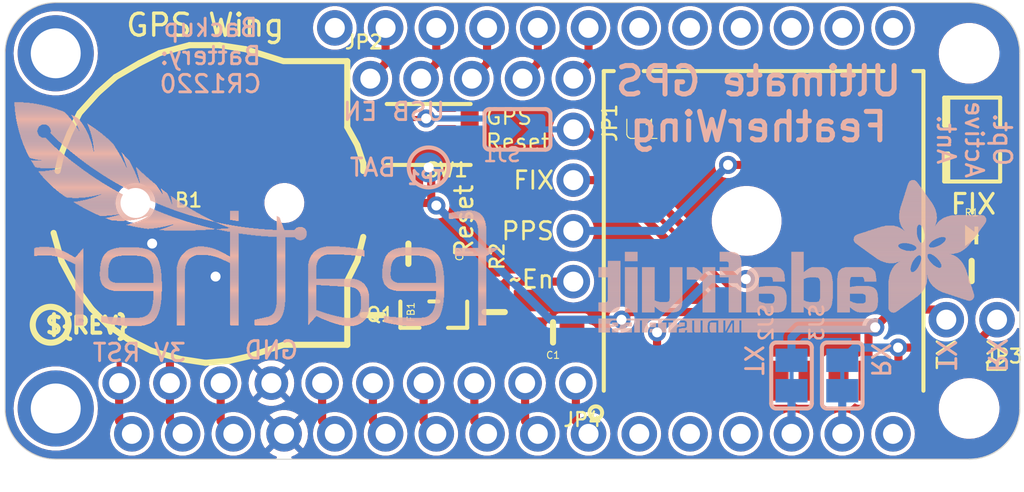
<source format=kicad_pcb>
(kicad_pcb (version 20221018) (generator pcbnew)
  (layers (0 "F.Cu" signal) (31 "B.Cu" signal) (34 "B.Paste" user) (35 "F.Paste" user) (36 "B.SilkS" user "B.Silkscreen") (37 "F.SilkS" user "F.Silkscreen") (38 "B.Mask" user) (39 "F.Mask" user) (44 "Edge.Cuts" user))
  (net 0 "")
  (net 1 "FIX")
  (net 2 "N$2")
  (net 3 "GND")
  (net 4 "3.3V")
  (net 5 "VBACKUP")
  (net 6 "GPS_TX")
  (net 7 "GPS_RX")
  (net 8 "N$4")
  (net 9 "1PPS")
  (net 10 "3V")
  (net 11 "N")
  (net 12 "M")
  (net 13 "L")
  (net 14 "F")
  (net 15 "E")
  (net 16 "D")
  (net 17 "C")
  (net 18 "B")
  (net 19 "A")
  (net 20 "GPS_RESET")
  (net 21 "RST")
  (net 22 "AREF")
  (net 23 "EN")
  (net 24 "USB")
  (net 25 "N$15")
  (net 26 "ENABLE")
  (net 27 "RX")
  (net 28 "TX")
  (net 29 "J")
  (net 30 "I")
  (net 31 "H")
  (net 32 "SCL")
  (net 33 "SDA")
  (net 34 "K")
  (net 35 "SCK")
  (net 36 "MOSI")
  (net 37 "MISO")
  (net 38 "G")
  (footprint "working:1X05_ROUND_70" (layer "F.Cu") (at 146.4691 97.3836)
    (fp_text reference "JP2" (at -6.4262 -1.8288) (layer "F.SilkS") (effects (font (size 0.692831 0.692831) (thickness 0.119969)) (justify left)))
    (fp_text value "")
    (pad "1" thru_hole circle (at -5.08 0 90) (size 1.778 1.778) (drill 1) (layers "*.Cu" "*.Mask") (net 23 "EN"))
    (pad "2" thru_hole circle (at -2.54 0 90) (size 1.778 1.778) (drill 1) (layers "*.Cu" "*.Mask") (net 24 "USB"))
    (pad "3" thru_hole circle (at 0 0 90) (size 1.778 1.778) (drill 1) (layers "*.Cu" "*.Mask") (net 11 "N"))
    (pad "4" thru_hole circle (at 2.54 0 90) (size 1.778 1.778) (drill 1) (layers "*.Cu" "*.Mask") (net 12 "M"))
    (pad "5" thru_hole circle (at 5.08 0 90) (size 1.778 1.778) (drill 1) (layers "*.Cu" "*.Mask") (net 13 "L"))
  )
  (footprint "working:PCBFEAT-REV-040" (layer "F.Cu") (at 125.3871 109.7026)
    (fp_text reference "U$9" hide)
    (fp_text value "" hide)
    (fp_text user "${REV}" (at -0.3556 0.508) (layer "F.SilkS") (effects (font (size 0.8128 0.8128) (thickness 0.2032)) (justify left bottom)))
  )
  (footprint "working:0805-NO" (layer "F.Cu") (at 143.2941 106.1466)
    (fp_text reference "C2" (at 2.564 0.405 90) (layer "F.SilkS") (effects (font (size 0.35308 0.35308) (thickness 0.05332)) (justify left)))
    (fp_text value "10uF")
    (pad "1" smd rect (at -0.95 0) (size 1.24 1.5) (layers "F.Cu" "F.Paste" "F.Mask") (net 4 "3.3V"))
    (pad "2" smd rect (at 0.95 0) (size 1.24 1.5) (layers "F.Cu" "F.Paste" "F.Mask") (net 3 "GND"))
  )
  (footprint "working:1X02_ROUND" (layer "F.Cu") (at 171.4881 109.4486 180)
    (fp_text reference "JP3" (at -2.6162 -1.8288) (layer "F.SilkS") (effects (font (size 0.692831 0.692831) (thickness 0.119969)) (justify right)))
    (fp_text value "")
    (pad "1" thru_hole circle (at -1.27 0 270) (size 1.778 1.778) (drill 1) (layers "*.Cu" "*.Mask") (net 7 "GPS_RX"))
    (pad "2" thru_hole circle (at 1.27 0 270) (size 1.778 1.778) (drill 1) (layers "*.Cu" "*.Mask") (net 6 "GPS_TX"))
  )
  (footprint "working:0805-NO" (layer "F.Cu") (at 141.5161 109.2186 90)
    (fp_text reference "FB1" (at -0.381 1.905 90) (layer "F.SilkS") (effects (font (size 0.35308 0.35308) (thickness 0.05332)) (justify left)))
    (fp_text value "Ferrite")
    (pad "1" smd rect (at -0.95 0 90) (size 1.24 1.5) (layers "F.Cu" "F.Paste" "F.Mask") (net 10 "3V"))
    (pad "2" smd rect (at 0.95 0 90) (size 1.24 1.5) (layers "F.Cu" "F.Paste" "F.Mask") (net 4 "3.3V"))
  )
  (footprint "working:SOT23-WIDE" (layer "F.Cu") (at 144.5641 109.1946 180)
    (fp_text reference "Q1" (at 1.905 0) (layer "F.SilkS") (effects (font (size 0.692831 0.692831) (thickness 0.119969)) (justify right)))
    (fp_text value "DMG3415U-7 ")
    (pad "1" smd rect (at -0.95 1 180) (size 1 1.2) (layers "F.Cu" "F.Paste" "F.Mask") (net 26 "ENABLE"))
    (pad "2" smd rect (at 0.95 1 180) (size 1 1.2) (layers "F.Cu" "F.Paste" "F.Mask") (net 4 "3.3V"))
    (pad "3" smd rect (at 0 -1 180) (size 1 1.2) (layers "F.Cu" "F.Paste" "F.Mask") (net 25 "N$15"))
  )
  (footprint "working:0805-NO" (layer "F.Cu") (at 171.4881 107.0116)
    (fp_text reference "R1" (at -0.381 -2.921) (layer "F.SilkS") (effects (font (size 0.35308 0.35308) (thickness 0.05332)) (justify left)))
    (fp_text value "470 ohm")
    (pad "1" smd rect (at -0.95 0) (size 1.24 1.5) (layers "F.Cu" "F.Paste" "F.Mask") (net 3 "GND"))
    (pad "2" smd rect (at 0.95 0) (size 1.24 1.5) (layers "F.Cu" "F.Paste" "F.Mask") (net 2 "N$2"))
  )
  (footprint "working:1X10_ROUND" (layer "F.Cu") (at 140.2461 112.6236 180)
    (fp_text reference "JP4" (at -12.7762 -1.8288) (layer "F.SilkS") (effects (font (size 0.692831 0.692831) (thickness 0.119969)) (justify right)))
    (fp_text value "")
    (pad "1" thru_hole circle (at -11.43 0 270) (size 1.6764 1.6764) (drill 1) (layers "*.Cu" "*.Mask") (net 14 "F"))
    (pad "2" thru_hole circle (at -8.89 0 270) (size 1.6764 1.6764) (drill 1) (layers "*.Cu" "*.Mask") (net 15 "E"))
    (pad "3" thru_hole circle (at -6.35 0 270) (size 1.6764 1.6764) (drill 1) (layers "*.Cu" "*.Mask") (net 16 "D"))
    (pad "4" thru_hole circle (at -3.81 0 270) (size 1.6764 1.6764) (drill 1) (layers "*.Cu" "*.Mask") (net 17 "C"))
    (pad "5" thru_hole circle (at -1.27 0 270) (size 1.6764 1.6764) (drill 1) (layers "*.Cu" "*.Mask") (net 18 "B"))
    (pad "6" thru_hole circle (at 1.27 0 270) (size 1.6764 1.6764) (drill 1) (layers "*.Cu" "*.Mask") (net 19 "A"))
    (pad "7" thru_hole circle (at 3.81 0 270) (size 1.6764 1.6764) (drill 1) (layers "*.Cu" "*.Mask") (net 3 "GND"))
    (pad "8" thru_hole circle (at 6.35 0 270) (size 1.6764 1.6764) (drill 1) (layers "*.Cu" "*.Mask") (net 22 "AREF"))
    (pad "9" thru_hole circle (at 8.89 0 270) (size 1.6764 1.6764) (drill 1) (layers "*.Cu" "*.Mask") (net 10 "3V"))
    (pad "10" thru_hole circle (at 11.43 0 270) (size 1.6764 1.6764) (drill 1) (layers "*.Cu" "*.Mask") (net 21 "RST"))
  )
  (footprint "working:U.FL" (layer "F.Cu") (at 171.6151 100.4316 180)
    (fp_text reference "X1" hide)
    (fp_text value "uFL" hide)
    (pad "1" smd rect (at 0 -1.375 180) (size 2.2 1.05) (layers "F.Cu" "F.Paste" "F.Mask") (net 3 "GND"))
    (pad "2" smd rect (at 0 1.375 180) (size 2.2 1.05) (layers "F.Cu" "F.Paste" "F.Mask") (net 3 "GND"))
    (pad "3" smd rect (at 1.525 0 180) (size 0.8 1) (layers "F.Cu" "F.Paste" "F.Mask") (net 8 "N$4"))
    (zone (net 0) (net_name "") (layer "F.Cu") (connect_pads (clearance 0)) (min_thickness 0.25)
      (keepout (tracks not_allowed) (vias not_allowed) (pads not_allowed) (copperpour not_allowed) (footprints allowed))
      (fill (thermal_gap 0.5) (thermal_bridge_width 0.5))
      (polygon (pts (xy 172.5041 99.6061) (xy 170.7261 99.6061) (xy 170.7261 101.2571) (xy 172.5041 101.2571)))
    )
  )
  (footprint "working:1X04_ROUND" (layer "F.Cu") (at 151.5491 103.7336 -90)
    (fp_text reference "JP1" (at -5.1562 -1.8288 90) (layer "F.SilkS") (effects (font (size 0.692831 0.692831) (thickness 0.119969)) (justify right)))
    (fp_text value "")
    (pad "1" thru_hole circle (at -3.81 0) (size 1.6764 1.6764) (drill 1) (layers "*.Cu" "*.Mask") (net 20 "GPS_RESET"))
    (pad "2" thru_hole circle (at -1.27 0) (size 1.6764 1.6764) (drill 1) (layers "*.Cu" "*.Mask") (net 1 "FIX"))
    (pad "3" thru_hole circle (at 1.27 0) (size 1.6764 1.6764) (drill 1) (layers "*.Cu" "*.Mask") (net 9 "1PPS"))
    (pad "4" thru_hole circle (at 3.81 0) (size 1.6764 1.6764) (drill 1) (layers "*.Cu" "*.Mask") (net 26 "ENABLE"))
  )
  (footprint "working:FIDUCIAL_1MM" (layer "F.Cu") (at 124.7521 99.5426)
    (fp_text reference "FID1" hide)
    (fp_text value "FIDUCIAL\"\"" hide)
    (pad "1" smd roundrect (at 0 0) (size 1 1) (layers "F.Cu" "F.Mask") (roundrect_rratio 0.5))
  )
  (footprint "working:CR1220-2" (layer "F.Cu") (at 133.1341 103.6066)
    (fp_text reference "B1" (at -1.602 -0.14) (layer "F.SilkS") (effects (font (size 0.692831 0.692831) (thickness 0.119969)) (justify left)))
    (fp_text value "CR1220")
    (pad "" np_thru_hole circle (at -3.5 0) (size 1.5 1.5) (drill 1.5) (layers "*.Cu" "*.Mask"))
    (pad "" np_thru_hole circle (at 3.95 0) (size 1.5 1.5) (drill 1.5) (layers "*.Cu" "*.Mask"))
    (pad "+" smd rect (at 8.29 0) (size 4 2) (layers "F.Cu" "F.Paste" "F.Mask") (net 5 "VBACKUP"))
    (pad "-" smd rect (at -7.6 0) (size 4 2) (layers "F.Cu" "F.Paste" "F.Mask") (net 3 "GND"))
  )
  (footprint "working:FEATHERWING" (layer "F.Cu") (at 123.1011 116.4336)
    (fp_text reference "MS1" hide)
    (fp_text value "FEATHERWING" hide)
    (fp_line (start 0 -20.32) (end 0 -2.54) (stroke (width 0.05)) (layer "Edge.Cuts"))
    (fp_line (start 2.54 0) (end 48.26 0) (stroke (width 0.05)) (layer "Edge.Cuts"))
    (fp_line (start 48.26 -22.86) (end 2.54 -22.86) (stroke (width 0.05)) (layer "Edge.Cuts"))
    (fp_line (start 50.8 -2.54) (end 50.8 -20.32) (stroke (width 0.05)) (layer "Edge.Cuts"))
    (fp_arc (start 0 -20.32) (mid 0.743949 -22.116051) (end 2.54 -22.86) (stroke (width 0.05)) (layer "Edge.Cuts"))
    (fp_arc (start 2.54 0) (mid 0.743949 -0.743949) (end 0 -2.54) (stroke (width 0.05)) (layer "Edge.Cuts"))
    (fp_arc (start 48.26 -22.86) (mid 50.056051 -22.116051) (end 50.8 -20.32) (stroke (width 0.05)) (layer "Edge.Cuts"))
    (fp_arc (start 50.8 -2.54) (mid 50.056051 -0.743949) (end 48.26 0) (stroke (width 0.05)) (layer "Edge.Cuts"))
    (pad "" np_thru_hole circle (at 48.26 -20.32) (size 2.54 2.54) (drill 2.54) (layers "*.Cu" "*.Mask"))
    (pad "" np_thru_hole circle (at 48.26 -2.54) (size 2.54 2.54) (drill 2.54) (layers "*.Cu" "*.Mask"))
    (pad "1" thru_hole circle (at 6.35 -1.27) (size 1.778 1.778) (drill 1) (layers "*.Cu" "*.Mask") (net 21 "RST"))
    (pad "2" thru_hole circle (at 8.89 -1.27) (size 1.778 1.778) (drill 1) (layers "*.Cu" "*.Mask") (net 10 "3V"))
    (pad "3" thru_hole circle (at 11.43 -1.27) (size 1.778 1.778) (drill 1) (layers "*.Cu" "*.Mask") (net 22 "AREF"))
    (pad "4" thru_hole circle (at 13.97 -1.27) (size 1.778 1.778) (drill 1) (layers "*.Cu" "*.Mask") (net 3 "GND"))
    (pad "5" thru_hole circle (at 16.51 -1.27) (size 1.778 1.778) (drill 1) (layers "*.Cu" "*.Mask") (net 19 "A"))
    (pad "6" thru_hole circle (at 19.05 -1.27) (size 1.778 1.778) (drill 1) (layers "*.Cu" "*.Mask") (net 18 "B"))
    (pad "7" thru_hole circle (at 21.59 -1.27) (size 1.778 1.778) (drill 1) (layers "*.Cu" "*.Mask") (net 17 "C"))
    (pad "8" thru_hole circle (at 24.13 -1.27) (size 1.778 1.778) (drill 1) (layers "*.Cu" "*.Mask") (net 16 "D"))
    (pad "9" thru_hole circle (at 26.67 -1.27) (size 1.778 1.778) (drill 1) (layers "*.Cu" "*.Mask") (net 15 "E"))
    (pad "10" thru_hole circle (at 29.21 -1.27) (size 1.778 1.778) (drill 1) (layers "*.Cu" "*.Mask") (net 14 "F"))
    (pad "11" thru_hole circle (at 31.75 -1.27) (size 1.778 1.778) (drill 1) (layers "*.Cu" "*.Mask") (net 35 "SCK"))
    (pad "12" thru_hole circle (at 34.29 -1.27) (size 1.778 1.778) (drill 1) (layers "*.Cu" "*.Mask") (net 36 "MOSI"))
    (pad "13" thru_hole circle (at 36.83 -1.27) (size 1.778 1.778) (drill 1) (layers "*.Cu" "*.Mask") (net 37 "MISO"))
    (pad "14" thru_hole circle (at 39.37 -1.27) (size 1.778 1.778) (drill 1) (layers "*.Cu" "*.Mask") (net 27 "RX"))
    (pad "15" thru_hole circle (at 41.91 -1.27) (size 1.778 1.778) (drill 1) (layers "*.Cu" "*.Mask") (net 28 "TX"))
    (pad "16" thru_hole circle (at 44.45 -1.27) (size 1.778 1.778) (drill 1) (layers "*.Cu" "*.Mask") (net 38 "G"))
    (pad "17" thru_hole circle (at 44.45 -21.59) (size 1.778 1.778) (drill 1) (layers "*.Cu" "*.Mask") (net 33 "SDA"))
    (pad "18" thru_hole circle (at 41.91 -21.59) (size 1.778 1.778) (drill 1) (layers "*.Cu" "*.Mask") (net 32 "SCL"))
    (pad "19" thru_hole circle (at 39.37 -21.59) (size 1.778 1.778) (drill 1) (layers "*.Cu" "*.Mask") (net 31 "H"))
    (pad "20" thru_hole circle (at 36.83 -21.59) (size 1.778 1.778) (drill 1) (layers "*.Cu" "*.Mask") (net 30 "I"))
    (pad "21" thru_hole circle (at 34.29 -21.59) (size 1.778 1.778) (drill 1) (layers "*.Cu" "*.Mask") (net 29 "J"))
    (pad "22" thru_hole circle (at 31.75 -21.59) (size 1.778 1.778) (drill 1) (layers "*.Cu" "*.Mask") (net 34 "K"))
    (pad "23" thru_hole circle (at 29.21 -21.59) (size 1.778 1.778) (drill 1) (layers "*.Cu" "*.Mask") (net 13 "L"))
    (pad "24" thru_hole circle (at 26.67 -21.59) (size 1.778 1.778) (drill 1) (layers "*.Cu" "*.Mask") (net 12 "M"))
    (pad "25" thru_hole circle (at 24.13 -21.59) (size 1.778 1.778) (drill 1) (layers "*.Cu" "*.Mask") (net 11 "N"))
    (pad "26" thru_hole circle (at 21.59 -21.59) (size 1.778 1.778) (drill 1) (layers "*.Cu" "*.Mask") (net 24 "USB"))
    (pad "27" thru_hole circle (at 19.05 -21.59) (size 1.778 1.778) (drill 1) (layers "*.Cu" "*.Mask") (net 23 "EN"))
    (pad "28" thru_hole circle (at 16.51 -21.59) (size 1.778 1.778) (drill 1) (layers "*.Cu" "*.Mask"))
    (pad "P$1" thru_hole circle (at 2.54 -20.32) (size 3.81 3.81) (drill 2.5) (layers "*.Cu" "*.Mask"))
    (pad "P$2" thru_hole circle (at 2.54 -2.54) (size 3.81 3.81) (drill 2.5) (layers "*.Cu" "*.Mask"))
  )
  (footprint "working:0805-NO" (layer "F.Cu") (at 150.5331 110.0836 180)
    (fp_text reference "C1" (at -0.381 -1.143) (layer "F.SilkS") (effects (font (size 0.35308 0.35308) (thickness 0.05332)) (justify right)))
    (fp_text value "0.1uF")
    (pad "1" smd rect (at -0.95 0 180) (size 1.24 1.5) (layers "F.Cu" "F.Paste" "F.Mask") (net 25 "N$15"))
    (pad "2" smd rect (at 0.95 0 180) (size 1.24 1.5) (layers "F.Cu" "F.Paste" "F.Mask") (net 3 "GND"))
  )
  (footprint "working:CHIPLED_0805_NOOUTLINE" (layer "F.Cu") (at 171.4881 105.2336 -90)
    (fp_text reference "LED1" hide)
    (fp_text value "RED")
    (pad "A" smd rect (at 0 1.05 270) (size 1.2 1.2) (layers "F.Cu" "F.Paste" "F.Mask") (net 1 "FIX"))
    (pad "C" smd rect (at 0 -1.05 270) (size 1.2 1.2) (layers "F.Cu" "F.Paste" "F.Mask") (net 2 "N$2"))
  )
  (footprint "working:FGPMMOPA6H" (layer "F.Cu") (at 161.0741 105.0036 90)
    (fp_text reference "U1" (at 5.071 -7.111) (layer "F.SilkS") (effects (font (size 0.96268 0.96268) (thickness 0.05332)) (justify left)))
    (fp_text value "FGPMMOPA6H")
    (pad "" np_thru_hole circle (at 0.5 -0.85 90) (size 3 3) (drill 3) (layers "*.Cu" "*.Mask"))
    (pad "P$1" smd rect (at -7.5 -6.75 90) (size 2 1) (layers "F.Cu" "F.Paste" "F.Mask") (net 25 "N$15"))
    (pad "P$2" smd rect (at -7.5 -5.25 90) (size 2 1) (layers "F.Cu" "F.Paste" "F.Mask") (net 20 "GPS_RESET"))
    (pad "P$3" smd rect (at -7.5 -3.75 90) (size 2 1) (layers "F.Cu" "F.Paste" "F.Mask") (net 3 "GND"))
    (pad "P$4" smd rect (at -7.5 -2.25 90) (size 2 1) (layers "F.Cu" "F.Paste" "F.Mask") (net 5 "VBACKUP"))
    (pad "P$5" smd rect (at -7.5 -0.75 90) (size 2 1) (layers "F.Cu" "F.Paste" "F.Mask") (net 1 "FIX"))
    (pad "P$6" smd rect (at -7.5 0.75 90) (size 2 1) (layers "F.Cu" "F.Paste" "F.Mask"))
    (pad "P$7" smd rect (at -7.5 2.25 90) (size 2 1) (layers "F.Cu" "F.Paste" "F.Mask"))
    (pad "P$8" smd rect (at -7.5 3.75 90) (size 2 1) (layers "F.Cu" "F.Paste" "F.Mask") (net 3 "GND"))
    (pad "P$9" smd rect (at -7.5 5.25 90) (size 2 1) (layers "F.Cu" "F.Paste" "F.Mask") (net 6 "GPS_TX"))
    (pad "P$10" smd rect (at -7.5 6.75 90) (size 2 1) (layers "F.Cu" "F.Paste" "F.Mask") (net 7 "GPS_RX"))
    (pad "P$11" smd rect (at 7.5 6.75 270) (size 2 1) (layers "F.Cu" "F.Paste" "F.Mask") (net 8 "N$4"))
    (pad "P$12" smd rect (at 7.5 5.25 270) (size 2 1) (layers "F.Cu" "F.Paste" "F.Mask") (net 3 "GND"))
    (pad "P$13" smd rect (at 7.5 3.75 270) (size 2 1) (layers "F.Cu" "F.Paste" "F.Mask") (net 9 "1PPS"))
    (pad "P$14" smd rect (at 7.5 2.25 270) (size 2 1) (layers "F.Cu" "F.Paste" "F.Mask"))
    (pad "P$15" smd rect (at 7.5 0.75 270) (size 2 1) (layers "F.Cu" "F.Paste" "F.Mask"))
    (pad "P$16" smd rect (at 7.5 -0.75 270) (size 2 1) (layers "F.Cu" "F.Paste" "F.Mask"))
    (pad "P$17" smd rect (at 7.5 -2.25 270) (size 2 1) (layers "F.Cu" "F.Paste" "F.Mask"))
    (pad "P$18" smd rect (at 7.5 -3.75 270) (size 2 1) (layers "F.Cu" "F.Paste" "F.Mask"))
    (pad "P$19" smd rect (at 7.5 -5.25 270) (size 2 1) (layers "F.Cu" "F.Paste" "F.Mask") (net 3 "GND"))
    (pad "P$20" smd rect (at 7.5 -6.75 270) (size 2 1) (layers "F.Cu" "F.Paste" "F.Mask"))
  )
  (footprint "working:0805-NO" (layer "F.Cu") (at 147.6121 109.0676 90)
    (fp_text reference "R2" (at 2.032 0.127 90) (layer "F.SilkS") (effects (font (size 0.692831 0.692831) (thickness 0.119969)) (justify left)))
    (fp_text value "100K")
    (pad "1" smd rect (at -0.95 0 90) (size 1.24 1.5) (layers "F.Cu" "F.Paste" "F.Mask") (net 3 "GND"))
    (pad "2" smd rect (at 0.95 0 90) (size 1.24 1.5) (layers "F.Cu" "F.Paste" "F.Mask") (net 26 "ENABLE"))
  )
  (footprint "working:BTN_KMR2_4.6X2.8" (layer "F.Cu") (at 144.3101 100.1776 180)
    (fp_text reference "SW1" (at -2.032 -1.778) (layer "F.SilkS") (effects (font (size 0.692831 0.692831) (thickness 0.119969)) (justify right)))
    (fp_text value "KMR2")
    (pad "A" smd rect (at 2.05 -0.8 180) (size 0.9 0.9) (layers "F.Cu" "F.Paste" "F.Mask") (net 3 "GND"))
    (pad "A'" smd rect (at -2.05 -0.8 180) (size 0.9 0.9) (layers "F.Cu" "F.Paste" "F.Mask") (net 3 "GND"))
    (pad "B" smd rect (at 2.05 0.8 180) (size 0.9 0.9) (layers "F.Cu" "F.Paste" "F.Mask") (net 21 "RST"))
    (pad "B'" smd rect (at -2.05 0.8 180) (size 0.9 0.9) (layers "F.Cu" "F.Paste" "F.Mask") (net 21 "RST"))
  )
  (footprint "working:FIDUCIAL_1MM" (layer "F.Cu") (at 169.6061 115.3726)
    (fp_text reference "FID2" hide)
    (fp_text value "FIDUCIAL\"\"" hide)
    (pad "1" smd roundrect (at 0 0) (size 1 1) (layers "F.Cu" "F.Mask") (roundrect_rratio 0.5))
  )
  (footprint "working:SOLDERJUMPER_CLOSEDWIRE" (layer "B.Cu") (at 162.4711 112.2426 -90)
    (fp_text reference "SJ2" (at -1.651 1.27 -270) (layer "B.SilkS") (effects (font (size 0.692831 0.692831) (thickness 0.119969)) (justify right mirror)))
    (fp_text value "")
    (pad "1" smd rect (at -0.762 0 270) (size 1.1684 1.6002) (layers "B.Cu" "B.Mask") (net 6 "GPS_TX"))
    (pad "2" smd rect (at 0.762 0 270) (size 1.1684 1.6002) (layers "B.Cu" "B.Mask") (net 27 "RX"))
    (pad "WIRE" smd rect (at 0 0 270) (size 0.635 0.2032) (layers "B.Cu" "B.Mask"))
  )
  (footprint "working:FEATHERLOGO" (layer "B.Cu") (at 147.8661 109.8296 180)
    (fp_text reference "U$10" hide)
    (fp_text value "" hide)
  )
  (footprint "working:TESTPOINT_ROUND_1.5MM" (layer "B.Cu") (at 144.3101 101.8286 180)
    (fp_text reference "TP1" (at 1.143 -0.127) (layer "B.SilkS") (effects (font (size 0.666496 0.666496) (thickness 0.146304)) (justify right top mirror)))
    (fp_text value "")
    (pad "P$1" smd roundrect (at 0 0 180) (size 1.5 1.5) (layers "B.Cu" "B.Mask") (roundrect_rratio 0.5) (net 5 "VBACKUP"))
  )
  (footprint "working:SOLDERJUMPER_ARROW_NOPASTE" (layer "B.Cu") (at 148.7551 99.9236)
    (fp_text reference "SJ1" (at -1.778 1.27) (layer "B.SilkS") (effects (font (size 0.692831 0.692831) (thickness 0.119969)) (justify right mirror)))
    (fp_text value "")
    (fp_poly (pts (xy 0.201021 0) (xy -0.560979 -0.762) (xy -1.1684 -0.762) (xy -1.1684 0.762) (xy -0.560979 0.762)) (fill solid) (layer "B.Cu"))
    (fp_poly (pts (xy 1.1684 -0.762) (xy -0.186831 -0.762) (xy 0.548892 0) (xy -0.186831 0.762) (xy 1.1684 0.762)) (fill solid) (layer "B.Cu"))
    (pad "1" smd roundrect (at -1.016 0) (size 0.762 1.524) (layers "B.Cu") (net 21 "RST"))
    (pad "2" smd roundrect (at 1.016 0) (size 0.762 1.524) (layers "B.Cu") (net 20 "GPS_RESET"))
  )
  (footprint "working:ADAFRUIT_TEXT_20MM" (layer "B.Cu") (at 172.3771 110.0836 180)
    (fp_text reference "U$11" hide)
    (fp_text value "" hide)
  )
  (footprint "working:SOLDERJUMPER_CLOSEDWIRE" (layer "B.Cu") (at 165.0111 112.2426 -90)
    (fp_text reference "SJ3" (at -1.651 1.27 -270) (layer "B.SilkS") (effects (font (size 0.692831 0.692831) (thickness 0.119969)) (justify right mirror)))
    (fp_text value "")
    (pad "1" smd rect (at -0.762 0 270) (size 1.1684 1.6002) (layers "B.Cu" "B.Mask") (net 7 "GPS_RX"))
    (pad "2" smd rect (at 0.762 0 270) (size 1.1684 1.6002) (layers "B.Cu" "B.Mask") (net 28 "TX"))
    (pad "WIRE" smd rect (at 0 0 270) (size 0.635 0.2032) (layers "B.Cu" "B.Mask"))
  )
  (gr_arc (start 173.9011 113.8936) (mid 173.157151 115.689651) (end 171.3611 116.4336) (stroke (width 0.05)) (layer "Edge.Cuts"))
  (gr_arc (start 171.3611 93.5736) (mid 173.157151 94.317549) (end 173.9011 96.1136) (stroke (width 0.05)) (layer "Edge.Cuts"))
  (gr_line (start 173.9011 96.1136) (end 173.9011 113.8936) (stroke (width 0.05)) (layer "Edge.Cuts"))
  (gr_text "GND" (at 136.4361 110.9726) (layer "B.SilkS") (effects (font (size 0.87376 0.87376) (thickness 0.14224)) (justify mirror)))
  (gr_text "RST" (at 128.6891 111.0996) (layer "B.SilkS") (effects (font (size 0.87376 0.87376) (thickness 0.14224)) (justify mirror)))
  (gr_text "USB" (at 143.8021 99.0346) (layer "B.SilkS") (effects (font (size 0.87376 0.87376) (thickness 0.14224)) (justify mirror)))
  (gr_text "Opt.\nActive\nAnt." (at 171.6151 100.4316 -90) (layer "B.SilkS") (effects (font (size 0.87376 0.87376) (thickness 0.14224)) (justify mirror)))
  (gr_text "EN" (at 140.8811 99.0346) (layer "B.SilkS") (effects (font (size 0.87376 0.87376) (thickness 0.14224)) (justify mirror)))
  (gr_text "TX" (at 160.5661 111.4806 -90) (layer "B.SilkS") (effects (font (size 0.87376 0.87376) (thickness 0.14224)) (justify mirror)))
  (gr_text "Backup\nBattery:\nCR1220" (at 133.3881 96.2406) (layer "B.SilkS") (effects (font (size 0.87376 0.87376) (thickness 0.14224)) (justify mirror)))
  (gr_text "RX" (at 166.9161 111.4806 -90) (layer "B.SilkS") (effects (font (size 0.87376 0.87376) (thickness 0.14224)) (justify mirror)))
  (gr_text "BAT" (at 141.5161 101.8286) (layer "B.SilkS") (effects (font (size 0.87376 0.87376) (thickness 0.14224)) (justify mirror)))
  (gr_text "3V" (at 131.3561 111.0996) (layer "B.SilkS") (effects (font (size 0.87376 0.87376) (thickness 0.14224)) (justify mirror)))
  (gr_text "Ultimate GPS\nFeatherWing" (at 160.8201 98.6536) (layer "B.SilkS") (effects (font (size 1.42494 1.42494) (thickness 0.25146)) (justify mirror)))
  (gr_text "TX" (at 170.2181 111.2266 -90) (layer "B.SilkS") (effects (font (size 0.87376 0.87376) (thickness 0.14224)) (justify mirror)))
  (gr_text "RX" (at 172.7581 111.2266 -90) (layer "B.SilkS") (effects (font (size 0.87376 0.87376) (thickness 0.14224)) (justify mirror)))
  (gr_text "PPS" (at 150.6601 104.4956) (layer "F.SilkS") (effects (font (size 0.88392 0.88392) (thickness 0.13208)) (justify right top)))
  (gr_text "~En" (at 150.6601 106.9086) (layer "F.SilkS") (effects (font (size 0.88392 0.88392) (thickness 0.13208)) (justify right top)))
  (gr_text "FIX" (at 150.6601 101.9556) (layer "F.SilkS") (effects (font (size 0.88392 0.88392) (thickness 0.13208)) (justify right top)))
  (gr_text "FIX" (at 170.3451 104.2416) (layer "F.SilkS") (effects (font (size 0.98298 0.98298) (thickness 0.16002)) (justify left bottom)))
  (gr_text "Reset" (at 146.5961 106.4006 90) (layer "F.SilkS") (effects (font (size 0.88392 0.88392) (thickness 0.13208)) (justify left bottom)))
  (gr_text "TX" (at 169.7101 110.3376 90) (layer "F.SilkS") (effects (font (size 0.89408 0.89408) (thickness 0.12192)) (justify right top)))
  (gr_text "GPS Wing" (at 129.0701 95.3516) (layer "F.SilkS") (effects (font (size 1.1049 1.1049) (thickness 0.1651)) (justify left bottom)))
  (gr_text "GPS\nReset" (at 147.1041 99.9236) (layer "F.SilkS") (effects (font (size 0.78232 0.78232) (thickness 0.10668)) (justify left)))
  (gr_text "RX" (at 172.2501 110.3376 90) (layer "F.SilkS") (effects (font (size 0.89408 0.89408) (thickness 0.12192)) (justify right top)))
  (segment (start 160.3241 109.5636) (end 153.2241 102.4636) (width 0.4064) (layer "F.Cu") (net 1))
  (segment (start 164.6541 105.2336) (end 170.4381 105.2336) (width 0.4064) (layer "F.Cu") (net 1))
  (segment (start 160.3241 112.5036) (end 160.3241 109.5636) (width 0.4064) (layer "F.Cu") (net 1))
  (segment (start 153.2241 102.4636) (end 151.5491 102.4636) (width 0.4064) (layer "F.Cu") (net 1))
  (segment (start 160.3241 109.5636) (end 164.6541 105.2336) (width 0.4064) (layer "F.Cu") (net 1))
  (segment (start 172.4381 105.7146) (end 172.4381 107.0116) (width 0.4064) (layer "F.Cu") (net 2))
  (segment (start 172.5381 105.2336) (end 172.4381 105.7146) (width 0.4064) (layer "F.Cu") (net 2))
  (via (at 133.6421 107.2896) (size 0.9064) (drill 0.5) (layers "F.Cu" "B.Cu") (net 3))
  (via (at 130.4671 105.6386) (size 0.9064) (drill 0.5) (layers "F.Cu" "B.Cu") (net 3))
  (segment (start 142.3441 106.1466) (end 141.5161 106.9746) (width 0.4064) (layer "F.Cu") (net 4))
  (segment (start 141.5161 106.9746) (end 141.5161 108.2686) (width 0.4064) (layer "F.Cu") (net 4))
  (segment (start 141.5901 108.1946) (end 143.6141 108.1946) (width 0.4064) (layer "F.Cu") (net 4))
  (segment (start 141.5161 108.2686) (end 141.5901 108.1946) (width 0.4064) (layer "F.Cu") (net 4))
  (segment (start 144.4371 103.6066) (end 144.5641 103.6066) (width 0.4064) (layer "F.Cu") (net 5))
  (segment (start 144.5641 103.6066) (end 144.6911 103.7336) (width 0.4064) (layer "F.Cu") (net 5))
  (segment (start 141.4241 103.6066) (end 144.4371 103.6066) (width 0.4064) (layer "F.Cu") (net 5))
  (segment (start 154.3431 109.0676) (end 158.0261 109.0676) (width 0.4064) (layer "F.Cu") (net 5))
  (segment (start 158.8241 109.8656) (end 158.8241 112.5036) (width 0.4064) (layer "F.Cu") (net 5))
  (segment (start 153.9621 109.4486) (end 154.3431 109.0676) (width 0.4064) (layer "F.Cu") (net 5))
  (segment (start 158.0261 109.0676) (end 158.8241 109.8656) (width 0.4064) (layer "F.Cu") (net 5))
  (segment (start 144.4371 103.6066) (end 144.4371 101.9556) (width 0.4064) (layer "F.Cu") (net 5))
  (segment (start 144.4371 101.9556) (end 144.3101 101.8286) (width 0.4064) (layer "F.Cu") (net 5))
  (via (at 144.6911 103.7336) (size 0.9064) (drill 0.5) (layers "F.Cu" "B.Cu") (net 5))
  (via (at 153.9621 109.4486) (size 0.9064) (drill 0.5) (layers "F.Cu" "B.Cu") (net 5))
  (via (at 144.3101 101.8286) (size 0.9064) (drill 0.5) (layers "F.Cu" "B.Cu") (net 5))
  (segment (start 144.6911 103.7336) (end 150.4061 109.4486) (width 0.4064) (layer "B.Cu") (net 5))
  (segment (start 150.4061 109.4486) (end 153.9621 109.4486) (width 0.4064) (layer "B.Cu") (net 5))
  (segment (start 166.3241 110.1676) (end 166.3241 112.5036) (width 0.4064) (layer "F.Cu") (net 6))
  (segment (start 169.7101 108.9406) (end 167.5511 108.9406) (width 0.4064) (layer "F.Cu") (net 6))
  (segment (start 170.2181 109.4486) (end 169.7101 108.9406) (width 0.4064) (layer "F.Cu") (net 6))
  (segment (start 166.6621 109.8296) (end 166.3241 110.1676) (width 0.4064) (layer "F.Cu") (net 6))
  (segment (start 166.6621 109.8296) (end 166.7256 109.7661) (width 0.4064) (layer "F.Cu") (net 6))
  (segment (start 167.5511 108.9406) (end 166.7256 109.7661) (width 0.4064) (layer "F.Cu") (net 6))
  (via (at 166.6621 109.8296) (size 0.9064) (drill 0.5) (layers "F.Cu" "B.Cu") (net 6))
  (segment (start 166.5351 109.9566) (end 166.6621 109.8296) (width 0.4064) (layer "B.Cu") (net 6))
  (segment (start 162.4711 110.3376) (end 162.8521 109.9566) (width 0.4064) (layer "B.Cu") (net 6))
  (segment (start 162.4711 111.4806) (end 162.4711 110.3376) (width 0.4064) (layer "B.Cu") (net 6))
  (segment (start 162.8521 109.9566) (end 166.5351 109.9566) (width 0.4064) (layer "B.Cu") (net 6))
  (segment (start 172.7581 109.5756) (end 172.7581 109.4486) (width 0.4064) (layer "F.Cu") (net 7))
  (segment (start 167.8051 110.8456) (end 167.8241 111.3346) (width 0.4064) (layer "F.Cu") (net 7))
  (segment (start 167.8241 111.3346) (end 167.8241 112.5036) (width 0.4064) (layer "F.Cu") (net 7))
  (segment (start 172.7581 109.5756) (end 171.4881 110.8456) (width 0.4064) (layer "F.Cu") (net 7))
  (segment (start 171.4881 110.8456) (end 167.8051 110.8456) (width 0.4064) (layer "F.Cu") (net 7))
  (via (at 167.8051 110.8456) (size 0.9064) (drill 0.5) (layers "F.Cu" "B.Cu") (net 7))
  (segment (start 165.0111 111.4806) (end 165.6461 110.8456) (width 0.4064) (layer "B.Cu") (net 7))
  (segment (start 165.6461 110.8456) (end 167.8051 110.8456) (width 0.4064) (layer "B.Cu") (net 7))
  (segment (start 168.23232 99.55587) (end 168.429719 99.789327) (width 0.8128) (layer "F.Cu") (net 8))
  (segment (start 168.070155 99.296696) (end 168.23232 99.55587) (width 0.8128) (layer "F.Cu") (net 8))
  (segment (start 168.913508 100.160703) (end 169.190051 100.291061) (width 0.8128) (layer "F.Cu") (net 8))
  (segment (start 169.784396 100.427902) (end 170.0901 100.4316) (width 0.8128) (layer "F.Cu") (net 8))
  (segment (start 169.48233 100.380736) (end 169.784396 100.427902) (width 0.8128) (layer "F.Cu") (net 8))
  (segment (start 169.190051 100.291061) (end 169.48233 100.380736) (width 0.8128) (layer "F.Cu") (net 8))
  (segment (start 167.8241 97.5036) (end 167.8241 98.4196) (width 0.8128) (layer "F.Cu") (net 8))
  (segment (start 167.946525 99.017082) (end 168.070155 99.296696) (width 0.8128) (layer "F.Cu") (net 8))
  (segment (start 167.8241 98.4196) (end 167.8241 98.4196) (width 0.8128) (layer "F.Cu") (net 8))
  (segment (start 168.658333 99.992316) (end 168.913508 100.160703) (width 0.8128) (layer "F.Cu") (net 8))
  (segment (start 167.8241 98.4196) (end 167.863946 98.722719) (width 0.8128) (layer "F.Cu") (net 8))
  (segment (start 168.429719 99.789327) (end 168.658333 99.992316) (width 0.8128) (layer "F.Cu") (net 8))
  (segment (start 167.863946 98.722719) (end 167.946525 99.017082) (width 0.8128) (layer "F.Cu") (net 8))
  (segment (start 162.3441 101.7016) (end 164.8841 99.1616) (width 0.4064) (layer "F.Cu") (net 9))
  (segment (start 164.8841 97.5636) (end 164.8241 97.5036) (width 0.4064) (layer "F.Cu") (net 9))
  (segment (start 164.8841 99.1616) (end 164.8841 97.5636) (width 0.4064) (layer "F.Cu") (net 9))
  (segment (start 159.2961 101.7016) (end 162.3441 101.7016) (width 0.4064) (layer "F.Cu") (net 9))
  (via (at 159.2961 101.7016) (size 0.9064) (drill 0.5) (layers "F.Cu" "B.Cu") (net 9))
  (segment (start 155.9941 105.0036) (end 159.2961 101.7016) (width 0.4064) (layer "B.Cu") (net 9))
  (segment (start 151.5491 105.0036) (end 155.9941 105.0036) (width 0.4064) (layer "B.Cu") (net 9))
  (segment (start 131.3561 114.5286) (end 131.9911 115.1636) (width 0.4064) (layer "F.Cu") (net 10))
  (segment (start 141.4741 110.2106) (end 141.5161 110.1686) (width 0.4064) (layer "F.Cu") (net 10))
  (segment (start 132.4991 110.2106) (end 141.4741 110.2106) (width 0.4064) (layer "F.Cu") (net 10))
  (segment (start 131.3561 112.6236) (end 131.3561 111.3536) (width 0.4064) (layer "F.Cu") (net 10))
  (segment (start 131.3561 112.6236) (end 131.3561 114.5286) (width 0.4064) (layer "F.Cu") (net 10))
  (segment (start 131.3561 111.3536) (end 132.4991 110.2106) (width 0.4064) (layer "F.Cu") (net 10))
  (segment (start 147.2311 96.6216) (end 146.4691 97.3836) (width 0.4064) (layer "F.Cu") (net 11))
  (segment (start 147.2311 94.8436) (end 147.2311 96.6216) (width 0.4064) (layer "F.Cu") (net 11))
  (segment (start 149.7711 96.6216) (end 149.0091 97.3836) (width 0.4064) (layer "F.Cu") (net 12))
  (segment (start 149.7711 94.8436) (end 149.7711 96.6216) (width 0.4064) (layer "F.Cu") (net 12))
  (segment (start 152.3111 96.6216) (end 151.5491 97.3836) (width 0.4064) (layer "F.Cu") (net 13))
  (segment (start 152.3111 94.8436) (end 152.3111 96.6216) (width 0.4064) (layer "F.Cu") (net 13))
  (segment (start 151.6761 114.5286) (end 152.3111 115.1636) (width 0.4064) (layer "F.Cu") (net 14))
  (segment (start 151.6761 112.6236) (end 151.6761 114.5286) (width 0.4064) (layer "F.Cu") (net 14))
  (segment (start 149.1361 114.5286) (end 149.7711 115.1636) (width 0.4064) (layer "F.Cu") (net 15))
  (segment (start 149.1361 112.6236) (end 149.1361 114.5286) (width 0.4064) (layer "F.Cu") (net 15))
  (segment (start 146.5961 114.5286) (end 147.2311 115.1636) (width 0.4064) (layer "F.Cu") (net 16))
  (segment (start 146.5961 112.6236) (end 146.5961 114.5286) (width 0.4064) (layer "F.Cu") (net 16))
  (segment (start 144.0561 114.5286) (end 144.6911 115.1636) (width 0.4064) (layer "F.Cu") (net 17))
  (segment (start 144.0561 112.6236) (end 144.0561 114.5286) (width 0.4064) (layer "F.Cu") (net 17))
  (segment (start 141.5161 112.6236) (end 141.5161 114.5286) (width 0.4064) (layer "F.Cu") (net 18))
  (segment (start 141.5161 114.5286) (end 142.1511 115.1636) (width 0.4064) (layer "F.Cu") (net 18))
  (segment (start 138.9761 114.5286) (end 139.6111 115.1636) (width 0.4064) (layer "F.Cu") (net 19))
  (segment (start 138.9761 112.6236) (end 138.9761 114.5286) (width 0.4064) (layer "F.Cu") (net 19))
  (segment (start 151.5491 99.9236) (end 152.1841 99.9236) (width 0.4064) (layer "F.Cu") (net 20))
  (segment (start 155.7401 112.4196) (end 155.8241 112.5036) (width 0.4064) (layer "F.Cu") (net 20))
  (segment (start 159.6771 107.4166) (end 160.1851 107.4166) (width 0.4064) (layer "F.Cu") (net 20))
  (segment (start 152.1841 99.9236) (end 159.6771 107.4166) (width 0.4064) (layer "F.Cu") (net 20))
  (segment (start 155.7401 110.0836) (end 155.7401 112.4196) (width 0.4064) (layer "F.Cu") (net 20))
  (via (at 160.1851 107.4166) (size 0.9064) (drill 0.5) (layers "F.Cu" "B.Cu") (net 20))
  (via (at 155.7401 110.0836) (size 0.9064) (drill 0.5) (layers "F.Cu" "B.Cu") (net 20))
  (segment (start 151.5491 99.9236) (end 149.7711 99.9236) (width 0.3048) (layer "B.Cu") (net 20))
  (segment (start 158.4071 107.4166) (end 155.7401 110.0836) (width 0.4064) (layer "B.Cu") (net 20))
  (segment (start 160.1851 107.4166) (end 158.4071 107.4166) (width 0.4064) (layer "B.Cu") (net 20))
  (segment (start 144.0561 99.3776) (end 142.2601 99.3776) (width 0.254) (layer "F.Cu") (net 21))
  (segment (start 128.8161 112.6236) (end 128.8161 109.1946) (width 0.254) (layer "F.Cu") (net 21))
  (segment (start 128.8161 114.5286) (end 129.4511 115.1636) (width 0.4064) (layer "F.Cu") (net 21))
  (segment (start 144.1831 99.3776) (end 144.0561 99.3776) (width 0.3048) (layer "F.Cu") (net 21))
  (segment (start 128.8161 112.6236) (end 128.8161 114.5286) (width 0.4064) (layer "F.Cu") (net 21))
  (segment (start 138.5951 99.4156) (end 142.2221 99.4156) (width 0.254) (layer "F.Cu") (net 21))
  (segment (start 146.3601 99.3776) (end 144.1831 99.3776) (width 0.254) (layer "F.Cu") (net 21))
  (segment (start 142.2221 99.4156) (end 142.2601 99.3776) (width 0.254) (layer "F.Cu") (net 21))
  (segment (start 128.8161 109.1946) (end 138.5951 99.4156) (width 0.254) (layer "F.Cu") (net 21))
  (via (at 144.1831 99.3776) (size 0.9064) (drill 0.5) (layers "F.Cu" "B.Cu") (net 21))
  (segment (start 147.7391 99.9236) (end 147.1931 99.3776) (width 0.3048) (layer "B.Cu") (net 21))
  (segment (start 147.1931 99.3776) (end 144.1831 99.3776) (width 0.3048) (layer "B.Cu") (net 21))
  (segment (start 133.8961 114.5286) (end 134.5311 115.1636) (width 0.4064) (layer "F.Cu") (net 22))
  (segment (start 133.8961 112.6236) (end 133.8961 114.5286) (width 0.4064) (layer "F.Cu") (net 22))
  (segment (start 142.1511 96.6216) (end 141.3891 97.3836) (width 0.4064) (layer "F.Cu") (net 23))
  (segment (start 142.1511 94.8436) (end 142.1511 96.6216) (width 0.4064) (layer "F.Cu") (net 23))
  (segment (start 144.6911 94.8436) (end 144.6911 96.6216) (width 0.4064) (layer "F.Cu") (net 24))
  (segment (start 144.6911 96.6216) (end 143.9291 97.3836) (width 0.4064) (layer "F.Cu") (net 24))
  (segment (start 152.3111 110.0836) (end 151.4831 110.0836) (width 0.4064) (layer "F.Cu") (net 25))
  (segment (start 150.9141 111.3536) (end 151.4831 110.7846) (width 0.4064) (layer "F.Cu") (net 25))
  (segment (start 154.2161 111.9886) (end 152.3111 110.0836) (width 0.4064) (layer "F.Cu") (net 25))
  (segment (start 154.2161 111.9886) (end 154.2161 112.3956) (width 0.4064) (layer "F.Cu") (net 25))
  (segment (start 144.5641 110.1946) (end 145.7231 111.3536) (width 0.4064) (layer "F.Cu") (net 25))
  (segment (start 145.7231 111.3536) (end 150.9141 111.3536) (width 0.4064) (layer "F.Cu") (net 25))
  (segment (start 151.4831 110.7846) (end 151.4831 110.0836) (width 0.4064) (layer "F.Cu") (net 25))
  (segment (start 154.2161 112.3956) (end 154.3241 112.5036) (width 0.4064) (layer "F.Cu") (net 25))
  (segment (start 145.5911 108.1176) (end 147.6121 108.1176) (width 0.4064) (layer "F.Cu") (net 26))
  (segment (start 147.6121 108.1176) (end 148.1861 107.5436) (width 0.4064) (layer "F.Cu") (net 26))
  (segment (start 148.1861 107.5436) (end 151.5491 107.5436) (width 0.4064) (layer "F.Cu") (net 26))
  (segment (start 145.5141 108.1946) (end 145.5911 108.1176) (width 0.4064) (layer "F.Cu") (net 26))
  (segment (start 162.4711 113.0046) (end 162.4711 115.1636) (width 0.4064) (layer "B.Cu") (net 27))
  (segment (start 165.0111 113.0046) (end 165.0111 115.1636) (width 0.4064) (layer "B.Cu") (net 28))
  (zone (net 3) (net_name "GND") (layer "F.Cu") (priority 6) (connect_pads (clearance 0.000001)) (min_thickness 0.127) (fill yes (thermal_gap 0.304) (thermal_bridge_width 0.304))
    (polygon (pts (xy 174.0281 116.5606) (xy 122.9741 116.5606) (xy 122.9741 93.4466) (xy 174.0281 93.4466)))
  )
  (zone (net 3) (net_name "GND") (layer "B.Cu") (priority 6) (connect_pads (clearance 0.000001)) (min_thickness 0.127) (fill yes (thermal_gap 0.304) (thermal_bridge_width 0.304))
    (polygon (pts (xy 174.0281 116.5606) (xy 122.9741 116.5606) (xy 122.9741 93.4466) (xy 174.0281 93.4466)))
  )
)
</source>
